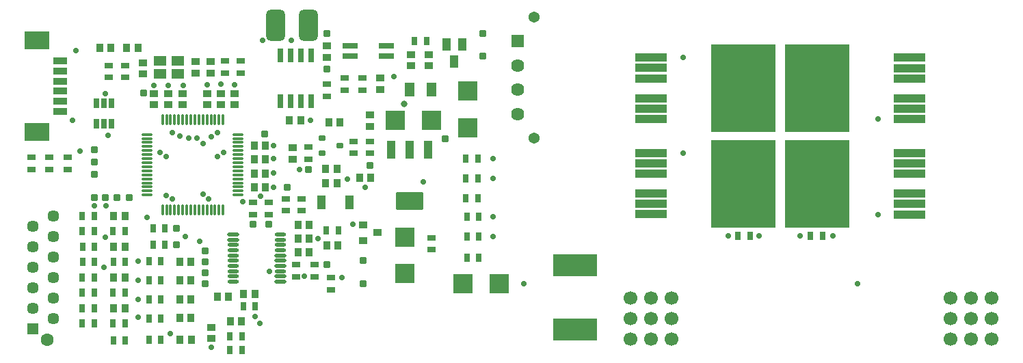
<source format=gbr>
%TF.GenerationSoftware,Altium Limited,Altium Designer,20.1.14 (287)*%
G04 Layer_Color=8388736*
%FSLAX26Y26*%
%MOIN*%
%TF.SameCoordinates,99935E59-988C-4C8E-A83C-0B030DBE8EB2*%
%TF.FilePolarity,Negative*%
%TF.FileFunction,Soldermask,Top*%
%TF.Part,Single*%
G01*
G75*
%TA.AperFunction,SMDPad,CuDef*%
%ADD26R,0.039000X0.065000*%
%ADD33O,0.055118X0.017716*%
%ADD35R,0.217000X0.106000*%
%TA.AperFunction,ComponentPad*%
%ADD42C,0.062992*%
%TA.AperFunction,ViaPad*%
%ADD51C,0.027937*%
%TA.AperFunction,ComponentPad*%
%ADD52C,0.066929*%
%ADD53C,0.063779*%
%ADD54R,0.063779X0.063779*%
%ADD55C,0.057087*%
%ADD56R,0.057087X0.057087*%
%ADD57C,0.053937*%
%TA.AperFunction,ViaPad*%
%ADD58C,0.031937*%
%TA.AperFunction,SMDPad,CuDef*%
%ADD64R,0.153937X0.039937*%
%ADD65R,0.313937X0.427937*%
%ADD66R,0.031496X0.039370*%
%ADD67R,0.094488X0.094488*%
%ADD68R,0.042205X0.035512*%
%ADD69R,0.039370X0.031496*%
%ADD70R,0.094488X0.094488*%
G04:AMPARAMS|DCode=71|XSize=43.307mil|YSize=84.646mil|CornerRadius=3.937mil|HoleSize=0mil|Usage=FLASHONLY|Rotation=0.000|XOffset=0mil|YOffset=0mil|HoleType=Round|Shape=RoundedRectangle|*
%AMROUNDEDRECTD71*
21,1,0.043307,0.076772,0,0,0.0*
21,1,0.035433,0.084646,0,0,0.0*
1,1,0.007874,0.017717,-0.038386*
1,1,0.007874,-0.017717,-0.038386*
1,1,0.007874,-0.017717,0.038386*
1,1,0.007874,0.017717,0.038386*
%
%ADD71ROUNDEDRECTD71*%
%TA.AperFunction,TestPad*%
G04:AMPARAMS|DCode=72|XSize=33.937mil|YSize=33.937mil|CornerRadius=9.469mil|HoleSize=0mil|Usage=FLASHONLY|Rotation=90.000|XOffset=0mil|YOffset=0mil|HoleType=Round|Shape=RoundedRectangle|*
%AMROUNDEDRECTD72*
21,1,0.033937,0.015000,0,0,90.0*
21,1,0.015000,0.033937,0,0,90.0*
1,1,0.018937,0.007500,0.007500*
1,1,0.018937,0.007500,-0.007500*
1,1,0.018937,-0.007500,-0.007500*
1,1,0.018937,-0.007500,0.007500*
%
%ADD72ROUNDEDRECTD72*%
%TA.AperFunction,SMDPad,CuDef*%
%ADD73R,0.035433X0.039370*%
%ADD74R,0.039370X0.035433*%
G04:AMPARAMS|DCode=75|XSize=29.528mil|YSize=68.898mil|CornerRadius=3.888mil|HoleSize=0mil|Usage=FLASHONLY|Rotation=180.000|XOffset=0mil|YOffset=0mil|HoleType=Round|Shape=RoundedRectangle|*
%AMROUNDEDRECTD75*
21,1,0.029528,0.061122,0,0,180.0*
21,1,0.021752,0.068898,0,0,180.0*
1,1,0.007776,-0.010876,0.030561*
1,1,0.007776,0.010876,0.030561*
1,1,0.007776,0.010876,-0.030561*
1,1,0.007776,-0.010876,-0.030561*
%
%ADD75ROUNDEDRECTD75*%
%ADD76R,0.027559X0.047244*%
G04:AMPARAMS|DCode=77|XSize=13.78mil|YSize=53.15mil|CornerRadius=3.937mil|HoleSize=0mil|Usage=FLASHONLY|Rotation=180.000|XOffset=0mil|YOffset=0mil|HoleType=Round|Shape=RoundedRectangle|*
%AMROUNDEDRECTD77*
21,1,0.013780,0.045276,0,0,180.0*
21,1,0.005906,0.053150,0,0,180.0*
1,1,0.007874,-0.002953,0.022638*
1,1,0.007874,0.002953,0.022638*
1,1,0.007874,0.002953,-0.022638*
1,1,0.007874,-0.002953,-0.022638*
%
%ADD77ROUNDEDRECTD77*%
G04:AMPARAMS|DCode=78|XSize=13.78mil|YSize=53.15mil|CornerRadius=3.937mil|HoleSize=0mil|Usage=FLASHONLY|Rotation=90.000|XOffset=0mil|YOffset=0mil|HoleType=Round|Shape=RoundedRectangle|*
%AMROUNDEDRECTD78*
21,1,0.013780,0.045276,0,0,90.0*
21,1,0.005906,0.053150,0,0,90.0*
1,1,0.007874,0.022638,0.002953*
1,1,0.007874,0.022638,-0.002953*
1,1,0.007874,-0.022638,-0.002953*
1,1,0.007874,-0.022638,0.002953*
%
%ADD78ROUNDEDRECTD78*%
%ADD79R,0.047244X0.070866*%
%TA.AperFunction,TestPad*%
G04:AMPARAMS|DCode=80|XSize=33.937mil|YSize=33.937mil|CornerRadius=9.469mil|HoleSize=0mil|Usage=FLASHONLY|Rotation=0.000|XOffset=0mil|YOffset=0mil|HoleType=Round|Shape=RoundedRectangle|*
%AMROUNDEDRECTD80*
21,1,0.033937,0.015000,0,0,0.0*
21,1,0.015000,0.033937,0,0,0.0*
1,1,0.018937,0.007500,-0.007500*
1,1,0.018937,-0.007500,-0.007500*
1,1,0.018937,-0.007500,0.007500*
1,1,0.018937,0.007500,0.007500*
%
%ADD80ROUNDEDRECTD80*%
%TA.AperFunction,SMDPad,CuDef*%
%ADD81R,0.076772X0.027559*%
%ADD82R,0.039370X0.059055*%
%ADD83R,0.039370X0.059055*%
G04:AMPARAMS|DCode=84|XSize=25.59mil|YSize=35.433mil|CornerRadius=3.917mil|HoleSize=0mil|Usage=FLASHONLY|Rotation=90.000|XOffset=0mil|YOffset=0mil|HoleType=Round|Shape=RoundedRectangle|*
%AMROUNDEDRECTD84*
21,1,0.025590,0.027599,0,0,90.0*
21,1,0.017756,0.035433,0,0,90.0*
1,1,0.007835,0.013799,0.008878*
1,1,0.007835,0.013799,-0.008878*
1,1,0.007835,-0.013799,-0.008878*
1,1,0.007835,-0.013799,0.008878*
%
%ADD84ROUNDEDRECTD84*%
G04:AMPARAMS|DCode=85|XSize=131.89mil|YSize=84.646mil|CornerRadius=3.986mil|HoleSize=0mil|Usage=FLASHONLY|Rotation=0.000|XOffset=0mil|YOffset=0mil|HoleType=Round|Shape=RoundedRectangle|*
%AMROUNDEDRECTD85*
21,1,0.131890,0.076673,0,0,0.0*
21,1,0.123917,0.084646,0,0,0.0*
1,1,0.007972,0.061959,-0.038337*
1,1,0.007972,-0.061959,-0.038337*
1,1,0.007972,-0.061959,0.038337*
1,1,0.007972,0.061959,0.038337*
%
%ADD85ROUNDEDRECTD85*%
%ADD86R,0.066929X0.035827*%
%ADD87R,0.059055X0.049213*%
%TA.AperFunction,TestPad*%
G04:AMPARAMS|DCode=88|XSize=94.488mil|YSize=153.543mil|CornerRadius=24.606mil|HoleSize=0mil|Usage=FLASHONLY|Rotation=0.000|XOffset=0mil|YOffset=0mil|HoleType=Round|Shape=RoundedRectangle|*
%AMROUNDEDRECTD88*
21,1,0.094488,0.104331,0,0,0.0*
21,1,0.045276,0.153543,0,0,0.0*
1,1,0.049213,0.022638,-0.052165*
1,1,0.049213,-0.022638,-0.052165*
1,1,0.049213,-0.022638,0.052165*
1,1,0.049213,0.022638,0.052165*
%
%ADD88ROUNDEDRECTD88*%
%TA.AperFunction,SMDPad,CuDef*%
%ADD89O,0.059055X0.021654*%
%ADD90R,0.122047X0.086614*%
D26*
X1624314Y760559D02*
D03*
X1485314D02*
D03*
D33*
X1288228Y426042D02*
D03*
Y528404D02*
D03*
X1055945Y451632D02*
D03*
Y426042D02*
D03*
Y400451D02*
D03*
Y374861D02*
D03*
X1288228Y553995D02*
D03*
Y579585D02*
D03*
Y605176D02*
D03*
X1055945Y477223D02*
D03*
Y502813D02*
D03*
Y553995D02*
D03*
Y528404D02*
D03*
D35*
X2725000Y140000D02*
D03*
Y456000D02*
D03*
D42*
X150000Y90000D02*
D03*
D51*
X3651416Y940000D02*
D03*
X3406416D02*
D03*
X3651416Y1010000D02*
D03*
X3406416D02*
D03*
X3581416Y940000D02*
D03*
Y1010000D02*
D03*
X3651416Y975000D02*
D03*
X3406416D02*
D03*
X3581416D02*
D03*
X3651416Y1045000D02*
D03*
X3581416D02*
D03*
X3476416Y940000D02*
D03*
Y1010000D02*
D03*
X3441416Y940000D02*
D03*
Y1010000D02*
D03*
X3511416Y940000D02*
D03*
X3546416D02*
D03*
X3511416Y1010000D02*
D03*
X3546416D02*
D03*
X3616416Y940000D02*
D03*
Y1010000D02*
D03*
X3686416Y940000D02*
D03*
Y1010000D02*
D03*
X3476416Y975000D02*
D03*
X3441416D02*
D03*
X3476416Y1045000D02*
D03*
X3511416Y975000D02*
D03*
X3546416D02*
D03*
X3511416Y1045000D02*
D03*
X3546416D02*
D03*
X3616416Y975000D02*
D03*
Y1045000D02*
D03*
X3686416Y975000D02*
D03*
Y1045000D02*
D03*
X3581416Y870000D02*
D03*
X3406416D02*
D03*
X3581416Y800000D02*
D03*
X3406416D02*
D03*
X3651416D02*
D03*
Y870000D02*
D03*
X3581416Y660000D02*
D03*
X3406416D02*
D03*
Y695000D02*
D03*
X3581416D02*
D03*
Y730000D02*
D03*
X3406416D02*
D03*
X3581416Y765000D02*
D03*
X3406416D02*
D03*
Y835000D02*
D03*
X3581416D02*
D03*
X3406416Y905000D02*
D03*
X3581416D02*
D03*
X3651416Y695000D02*
D03*
Y660000D02*
D03*
Y765000D02*
D03*
Y730000D02*
D03*
Y835000D02*
D03*
Y905000D02*
D03*
X3476416Y800000D02*
D03*
Y870000D02*
D03*
X3441416D02*
D03*
Y800000D02*
D03*
X3511416Y870000D02*
D03*
X3546416D02*
D03*
Y800000D02*
D03*
X3511416D02*
D03*
X3616416Y870000D02*
D03*
Y800000D02*
D03*
X3686416Y870000D02*
D03*
Y800000D02*
D03*
X3441416Y695000D02*
D03*
X3476416Y660000D02*
D03*
Y695000D02*
D03*
X3441416Y660000D02*
D03*
X3476416Y730000D02*
D03*
X3441416D02*
D03*
X3476416Y765000D02*
D03*
X3441416D02*
D03*
X3476416Y835000D02*
D03*
X3441416D02*
D03*
Y905000D02*
D03*
X3476416D02*
D03*
X3511416Y660000D02*
D03*
X3546416Y695000D02*
D03*
Y660000D02*
D03*
X3511416Y695000D02*
D03*
X3546416Y765000D02*
D03*
X3511416D02*
D03*
Y730000D02*
D03*
X3546416D02*
D03*
Y835000D02*
D03*
X3511416D02*
D03*
Y905000D02*
D03*
X3546416D02*
D03*
X3616416Y660000D02*
D03*
Y695000D02*
D03*
Y765000D02*
D03*
Y730000D02*
D03*
Y835000D02*
D03*
Y905000D02*
D03*
X3686416Y660000D02*
D03*
Y695000D02*
D03*
Y730000D02*
D03*
Y765000D02*
D03*
Y835000D02*
D03*
Y905000D02*
D03*
X3441416Y1045000D02*
D03*
X3406416D02*
D03*
X4011416Y940000D02*
D03*
X3766416D02*
D03*
X4011416Y1010000D02*
D03*
X3766416D02*
D03*
X3941416Y940000D02*
D03*
Y1010000D02*
D03*
X4011416Y975000D02*
D03*
X3766416D02*
D03*
X3941416D02*
D03*
X4011416Y1045000D02*
D03*
X3941416D02*
D03*
X3836416Y940000D02*
D03*
Y1010000D02*
D03*
X3801416Y940000D02*
D03*
Y1010000D02*
D03*
X3871416Y940000D02*
D03*
X3906416D02*
D03*
X3871416Y1010000D02*
D03*
X3906416D02*
D03*
X3976416Y940000D02*
D03*
Y1010000D02*
D03*
X4046416Y940000D02*
D03*
Y1010000D02*
D03*
X3836416Y975000D02*
D03*
X3801416D02*
D03*
X3836416Y1045000D02*
D03*
X3871416Y975000D02*
D03*
X3906416D02*
D03*
X3871416Y1045000D02*
D03*
X3906416D02*
D03*
X3976416Y975000D02*
D03*
Y1045000D02*
D03*
X4046416Y975000D02*
D03*
Y1045000D02*
D03*
X3941416Y870000D02*
D03*
X3766416D02*
D03*
X3941416Y800000D02*
D03*
X3766416D02*
D03*
X4011416D02*
D03*
Y870000D02*
D03*
X3941416Y660000D02*
D03*
X3766416D02*
D03*
Y695000D02*
D03*
X3941416D02*
D03*
Y730000D02*
D03*
X3766416D02*
D03*
X3941416Y765000D02*
D03*
X3766416D02*
D03*
Y835000D02*
D03*
X3941416D02*
D03*
X3766416Y905000D02*
D03*
X3941416D02*
D03*
X4011416Y695000D02*
D03*
Y660000D02*
D03*
Y765000D02*
D03*
Y730000D02*
D03*
Y835000D02*
D03*
Y905000D02*
D03*
X3836416Y800000D02*
D03*
Y870000D02*
D03*
X3801416D02*
D03*
Y800000D02*
D03*
X3871416Y870000D02*
D03*
X3906416D02*
D03*
Y800000D02*
D03*
X3871416D02*
D03*
X3976416Y870000D02*
D03*
Y800000D02*
D03*
X4046416Y870000D02*
D03*
Y800000D02*
D03*
X3801416Y695000D02*
D03*
X3836416Y660000D02*
D03*
Y695000D02*
D03*
X3801416Y660000D02*
D03*
X3836416Y730000D02*
D03*
X3801416D02*
D03*
X3836416Y765000D02*
D03*
X3801416D02*
D03*
X3836416Y835000D02*
D03*
X3801416D02*
D03*
Y905000D02*
D03*
X3836416D02*
D03*
X3871416Y660000D02*
D03*
X3906416Y695000D02*
D03*
Y660000D02*
D03*
X3871416Y695000D02*
D03*
X3906416Y765000D02*
D03*
X3871416D02*
D03*
Y730000D02*
D03*
X3906416D02*
D03*
Y835000D02*
D03*
X3871416D02*
D03*
Y905000D02*
D03*
X3906416D02*
D03*
X3976416Y660000D02*
D03*
Y695000D02*
D03*
Y765000D02*
D03*
Y730000D02*
D03*
Y835000D02*
D03*
Y905000D02*
D03*
X4046416Y660000D02*
D03*
Y695000D02*
D03*
Y730000D02*
D03*
Y765000D02*
D03*
Y835000D02*
D03*
Y905000D02*
D03*
X3801416Y1045000D02*
D03*
X3766416D02*
D03*
X4011416Y1405000D02*
D03*
X3766416D02*
D03*
X4011416Y1475000D02*
D03*
X3766416D02*
D03*
X3941416Y1405000D02*
D03*
Y1475000D02*
D03*
X4011416Y1440000D02*
D03*
X3766416D02*
D03*
X3941416D02*
D03*
X4011416Y1510000D02*
D03*
X3941416D02*
D03*
X3836416Y1405000D02*
D03*
Y1475000D02*
D03*
X3801416Y1405000D02*
D03*
Y1475000D02*
D03*
X3871416Y1405000D02*
D03*
X3906416D02*
D03*
X3871416Y1475000D02*
D03*
X3906416D02*
D03*
X3976416Y1405000D02*
D03*
Y1475000D02*
D03*
X4046416Y1405000D02*
D03*
Y1475000D02*
D03*
X3836416Y1440000D02*
D03*
X3801416D02*
D03*
X3836416Y1510000D02*
D03*
X3871416Y1440000D02*
D03*
X3906416D02*
D03*
X3871416Y1510000D02*
D03*
X3906416D02*
D03*
X3976416Y1440000D02*
D03*
Y1510000D02*
D03*
X4046416Y1440000D02*
D03*
Y1510000D02*
D03*
X3941416Y1335000D02*
D03*
X3766416D02*
D03*
X3941416Y1265000D02*
D03*
X3766416D02*
D03*
X4011416D02*
D03*
Y1335000D02*
D03*
X3941416Y1125000D02*
D03*
X3766416D02*
D03*
Y1160000D02*
D03*
X3941416D02*
D03*
Y1195000D02*
D03*
X3766416D02*
D03*
X3941416Y1230000D02*
D03*
X3766416D02*
D03*
Y1300000D02*
D03*
X3941416D02*
D03*
X3766416Y1370000D02*
D03*
X3941416D02*
D03*
X4011416Y1160000D02*
D03*
Y1125000D02*
D03*
Y1230000D02*
D03*
Y1195000D02*
D03*
Y1300000D02*
D03*
Y1370000D02*
D03*
X3836416Y1265000D02*
D03*
Y1335000D02*
D03*
X3801416D02*
D03*
Y1265000D02*
D03*
X3871416Y1335000D02*
D03*
X3906416D02*
D03*
Y1265000D02*
D03*
X3871416D02*
D03*
X3976416Y1335000D02*
D03*
Y1265000D02*
D03*
X4046416Y1335000D02*
D03*
Y1265000D02*
D03*
X3801416Y1160000D02*
D03*
X3836416Y1125000D02*
D03*
Y1160000D02*
D03*
X3801416Y1125000D02*
D03*
X3836416Y1195000D02*
D03*
X3801416D02*
D03*
X3836416Y1230000D02*
D03*
X3801416D02*
D03*
X3836416Y1300000D02*
D03*
X3801416D02*
D03*
Y1370000D02*
D03*
X3836416D02*
D03*
X3871416Y1125000D02*
D03*
X3906416Y1160000D02*
D03*
Y1125000D02*
D03*
X3871416Y1160000D02*
D03*
X3906416Y1230000D02*
D03*
X3871416D02*
D03*
Y1195000D02*
D03*
X3906416D02*
D03*
Y1300000D02*
D03*
X3871416D02*
D03*
Y1370000D02*
D03*
X3906416D02*
D03*
X3976416Y1125000D02*
D03*
Y1160000D02*
D03*
Y1230000D02*
D03*
Y1195000D02*
D03*
Y1300000D02*
D03*
Y1370000D02*
D03*
X4046416Y1125000D02*
D03*
Y1160000D02*
D03*
Y1195000D02*
D03*
Y1230000D02*
D03*
Y1300000D02*
D03*
Y1370000D02*
D03*
X3801416Y1510000D02*
D03*
X3766416D02*
D03*
X3651416Y1405000D02*
D03*
X3406416D02*
D03*
X3651416Y1475000D02*
D03*
X3406416D02*
D03*
X3581416Y1405000D02*
D03*
Y1475000D02*
D03*
X3651416Y1440000D02*
D03*
X3406416D02*
D03*
X3581416D02*
D03*
X3651416Y1510000D02*
D03*
X3581416D02*
D03*
X3476416Y1405000D02*
D03*
Y1475000D02*
D03*
X3441416Y1405000D02*
D03*
Y1475000D02*
D03*
X3511416Y1405000D02*
D03*
X3546416D02*
D03*
X3511416Y1475000D02*
D03*
X3546416D02*
D03*
X3616416Y1405000D02*
D03*
Y1475000D02*
D03*
X3686416Y1405000D02*
D03*
Y1475000D02*
D03*
X3476416Y1440000D02*
D03*
X3441416D02*
D03*
X3476416Y1510000D02*
D03*
X3511416Y1440000D02*
D03*
X3546416D02*
D03*
X3511416Y1510000D02*
D03*
X3546416D02*
D03*
X3616416Y1440000D02*
D03*
Y1510000D02*
D03*
X3686416Y1440000D02*
D03*
Y1510000D02*
D03*
X3581416Y1335000D02*
D03*
X3406416D02*
D03*
X3581416Y1265000D02*
D03*
X3406416D02*
D03*
X3651416D02*
D03*
Y1335000D02*
D03*
X3581416Y1125000D02*
D03*
X3406416D02*
D03*
Y1160000D02*
D03*
X3581416D02*
D03*
Y1195000D02*
D03*
X3406416D02*
D03*
X3581416Y1230000D02*
D03*
X3406416D02*
D03*
Y1300000D02*
D03*
X3581416D02*
D03*
X3406416Y1370000D02*
D03*
X3581416D02*
D03*
X3651416Y1160000D02*
D03*
Y1125000D02*
D03*
Y1230000D02*
D03*
Y1195000D02*
D03*
Y1300000D02*
D03*
Y1370000D02*
D03*
X3476416Y1265000D02*
D03*
Y1335000D02*
D03*
X3441416D02*
D03*
Y1265000D02*
D03*
X3511416Y1335000D02*
D03*
X3546416D02*
D03*
Y1265000D02*
D03*
X3511416D02*
D03*
X3616416Y1335000D02*
D03*
Y1265000D02*
D03*
X3686416Y1335000D02*
D03*
Y1265000D02*
D03*
X3441416Y1160000D02*
D03*
X3476416Y1125000D02*
D03*
Y1160000D02*
D03*
X3441416Y1125000D02*
D03*
X3476416Y1195000D02*
D03*
X3441416D02*
D03*
X3476416Y1230000D02*
D03*
X3441416D02*
D03*
X3476416Y1300000D02*
D03*
X3441416D02*
D03*
Y1370000D02*
D03*
X3476416D02*
D03*
X3511416Y1125000D02*
D03*
X3546416Y1160000D02*
D03*
Y1125000D02*
D03*
X3511416Y1160000D02*
D03*
X3546416Y1230000D02*
D03*
X3511416D02*
D03*
Y1195000D02*
D03*
X3546416D02*
D03*
Y1300000D02*
D03*
X3511416D02*
D03*
Y1370000D02*
D03*
X3546416D02*
D03*
X3616416Y1125000D02*
D03*
Y1160000D02*
D03*
Y1230000D02*
D03*
Y1195000D02*
D03*
Y1300000D02*
D03*
Y1370000D02*
D03*
X3686416Y1125000D02*
D03*
Y1160000D02*
D03*
Y1195000D02*
D03*
Y1230000D02*
D03*
Y1300000D02*
D03*
Y1370000D02*
D03*
X3441416Y1510000D02*
D03*
X3406416D02*
D03*
X4100000Y365000D02*
D03*
X2475000D02*
D03*
X3820000Y597480D02*
D03*
X4200000Y702500D02*
D03*
X2325000Y595000D02*
D03*
X4200000Y1167500D02*
D03*
X3250000Y1002520D02*
D03*
X2325000Y690796D02*
D03*
Y877371D02*
D03*
X3250000Y1468780D02*
D03*
X2325000Y975000D02*
D03*
X3620000Y597480D02*
D03*
X3980000D02*
D03*
X3470000D02*
D03*
X1640000Y655000D02*
D03*
X1405000Y401861D02*
D03*
X1435000Y1160000D02*
D03*
X950000Y1079878D02*
D03*
X595000Y288129D02*
D03*
X1235000Y425000D02*
D03*
X1615000Y875000D02*
D03*
X1470000Y585000D02*
D03*
X1839921Y1375079D02*
D03*
X436082Y745000D02*
D03*
X435000Y590000D02*
D03*
X1198852Y1550778D02*
D03*
X760410Y1100000D02*
D03*
X1380000Y920000D02*
D03*
X636828Y688593D02*
D03*
X308788Y1013000D02*
D03*
X1700000Y835000D02*
D03*
X1255000Y1038080D02*
D03*
X823126Y595118D02*
D03*
X795978Y1084755D02*
D03*
X1341647Y1550778D02*
D03*
X840000Y1075000D02*
D03*
X1190770Y790000D02*
D03*
X595000Y382341D02*
D03*
X670000Y1330000D02*
D03*
X980000Y1100000D02*
D03*
X426528Y445488D02*
D03*
X379503Y745000D02*
D03*
X730000Y795000D02*
D03*
X700000Y1005000D02*
D03*
X595000Y475096D02*
D03*
X815000Y1330000D02*
D03*
X290000Y1500000D02*
D03*
X911543Y1049537D02*
D03*
X275000Y1160000D02*
D03*
X910000Y800000D02*
D03*
X1010000Y1005000D02*
D03*
X892716Y570000D02*
D03*
X1587176Y395225D02*
D03*
X1105000Y765000D02*
D03*
X1985000Y860000D02*
D03*
X1165000Y205000D02*
D03*
X750000Y120000D02*
D03*
X1255000Y905000D02*
D03*
X595000Y200591D02*
D03*
X1186289Y171159D02*
D03*
X1065000Y1335000D02*
D03*
X930911Y1334325D02*
D03*
X950000Y53377D02*
D03*
X1255000Y835000D02*
D03*
X433387Y1293000D02*
D03*
X445765Y1087631D02*
D03*
X997000Y1338415D02*
D03*
X980000Y985000D02*
D03*
X740000Y1330000D02*
D03*
X760410Y779795D02*
D03*
X880000Y1075000D02*
D03*
X730000Y985000D02*
D03*
X936443Y778628D02*
D03*
X1255000Y975000D02*
D03*
D52*
X4655000Y195000D02*
D03*
X4755000D02*
D03*
Y295000D02*
D03*
X4655000D02*
D03*
X4555000D02*
D03*
Y195000D02*
D03*
X4755000Y95000D02*
D03*
X4555000D02*
D03*
X4655000D02*
D03*
X3095000Y195000D02*
D03*
X3195000D02*
D03*
Y295000D02*
D03*
X3095000D02*
D03*
X2995000D02*
D03*
Y195000D02*
D03*
X3195000Y95000D02*
D03*
X2995000D02*
D03*
X3095000D02*
D03*
D53*
X2445135Y1310621D02*
D03*
Y1428731D02*
D03*
Y1192510D02*
D03*
D54*
Y1546841D02*
D03*
D55*
X179134Y395118D02*
D03*
Y495118D02*
D03*
Y595118D02*
D03*
Y695118D02*
D03*
X79134Y445118D02*
D03*
Y545118D02*
D03*
Y645118D02*
D03*
X179134Y195118D02*
D03*
X79134Y245118D02*
D03*
X179134Y295118D02*
D03*
X79134Y345118D02*
D03*
D56*
Y145118D02*
D03*
D57*
X2522300Y1664951D02*
D03*
Y1074399D02*
D03*
D58*
X1890000Y1240000D02*
D03*
D64*
X3095000Y1467520D02*
D03*
Y1269520D02*
D03*
Y1365520D02*
D03*
Y1416520D02*
D03*
Y1219520D02*
D03*
Y1168520D02*
D03*
X4355000Y1167520D02*
D03*
Y1365520D02*
D03*
Y1269520D02*
D03*
Y1218520D02*
D03*
Y1415520D02*
D03*
Y1466520D02*
D03*
Y702520D02*
D03*
Y900520D02*
D03*
Y804520D02*
D03*
Y753520D02*
D03*
Y950520D02*
D03*
Y1001520D02*
D03*
X3095000Y1002520D02*
D03*
Y804520D02*
D03*
Y900520D02*
D03*
Y951520D02*
D03*
Y754520D02*
D03*
Y703520D02*
D03*
D65*
X3545000Y1317520D02*
D03*
X3905000D02*
D03*
Y852520D02*
D03*
X3545000D02*
D03*
D66*
X2195472Y690796D02*
D03*
X2254528D02*
D03*
X3575528Y597480D02*
D03*
X3516472D02*
D03*
X3870472Y597480D02*
D03*
X3929528D02*
D03*
X2195472Y491838D02*
D03*
X2254528D02*
D03*
X2195472Y594200D02*
D03*
X2254528D02*
D03*
X2191277Y975954D02*
D03*
X2250332D02*
D03*
X2191277Y877371D02*
D03*
X2250332D02*
D03*
X2191277Y782236D02*
D03*
X2250332D02*
D03*
X531709Y89000D02*
D03*
X645607Y93159D02*
D03*
X1941080Y1546841D02*
D03*
X2000135D02*
D03*
X321843Y171159D02*
D03*
X645742Y196278D02*
D03*
X321843Y321159D02*
D03*
X645742Y288129D02*
D03*
X322315Y471159D02*
D03*
X645742Y382341D02*
D03*
X320448Y623079D02*
D03*
X645742Y473365D02*
D03*
X529503Y623080D02*
D03*
X530898Y321159D02*
D03*
X472654Y89000D02*
D03*
X531370Y471159D02*
D03*
X530898Y171159D02*
D03*
X1099528Y40000D02*
D03*
X1164528Y255000D02*
D03*
X704662Y93159D02*
D03*
X1040473Y40000D02*
D03*
Y107321D02*
D03*
X1105473Y255000D02*
D03*
X380898Y246159D02*
D03*
Y396159D02*
D03*
X381370Y546159D02*
D03*
X379503Y696159D02*
D03*
X724482Y555559D02*
D03*
Y634338D02*
D03*
X1570000Y625000D02*
D03*
X1099528Y107321D02*
D03*
X379503Y623079D02*
D03*
X320448Y696159D02*
D03*
X470448Y623080D02*
D03*
X380898Y321159D02*
D03*
X321843Y396159D02*
D03*
X471843Y321159D02*
D03*
X381370Y471159D02*
D03*
X322315Y546159D02*
D03*
X472315Y471159D02*
D03*
X380898Y171159D02*
D03*
X321843Y246159D02*
D03*
X471843Y171159D02*
D03*
X1510945Y625000D02*
D03*
X704797Y196278D02*
D03*
Y288129D02*
D03*
Y382341D02*
D03*
Y473365D02*
D03*
X665427Y555559D02*
D03*
Y634338D02*
D03*
D67*
X1892283Y414231D02*
D03*
Y591396D02*
D03*
X2200000Y1303583D02*
D03*
Y1126417D02*
D03*
D68*
X1690158Y576315D02*
D03*
Y651118D02*
D03*
X1759842Y613717D02*
D03*
D69*
X2023757Y589254D02*
D03*
Y530199D02*
D03*
X1725000Y1000472D02*
D03*
X1645000Y1000472D02*
D03*
X1017826Y1449851D02*
D03*
X1092826Y1390796D02*
D03*
X1153293Y760559D02*
D03*
X1229551D02*
D03*
X1388560Y779031D02*
D03*
X1535000Y335472D02*
D03*
X75135Y923080D02*
D03*
X250135D02*
D03*
X160135D02*
D03*
X1364528Y397556D02*
D03*
X1514999Y1279360D02*
D03*
X531370Y1370048D02*
D03*
X451788Y1370079D02*
D03*
X1645000Y1059527D02*
D03*
X1600354Y1368330D02*
D03*
X1686945D02*
D03*
X1600354Y1309275D02*
D03*
X1686945D02*
D03*
X1514999Y1338415D02*
D03*
X1315000Y779528D02*
D03*
X1388560Y719976D02*
D03*
X531370Y1429103D02*
D03*
X451788Y1429134D02*
D03*
X1725000Y1059528D02*
D03*
X1422559Y1030551D02*
D03*
X1092826Y1449851D02*
D03*
X1454527Y397556D02*
D03*
X1535000Y394527D02*
D03*
X1017826Y1390796D02*
D03*
X1315000Y720472D02*
D03*
X1229551Y701504D02*
D03*
X1153293D02*
D03*
X1364528Y456611D02*
D03*
X1454527Y456611D02*
D03*
X75135Y982135D02*
D03*
X250135D02*
D03*
X160135D02*
D03*
X1422559Y971496D02*
D03*
D70*
X2177510Y366353D02*
D03*
X2354676D02*
D03*
X2022599Y1160000D02*
D03*
X1845433D02*
D03*
D71*
X1826907Y1019182D02*
D03*
X2008009D02*
D03*
X1917458D02*
D03*
D72*
X619794Y1293470D02*
D03*
X1725000Y940000D02*
D03*
X2275000Y1585000D02*
D03*
Y1475000D02*
D03*
X379810Y1016977D02*
D03*
Y896977D02*
D03*
Y956977D02*
D03*
X1210000Y1095000D02*
D03*
X1515000Y1410000D02*
D03*
X1514999Y1585000D02*
D03*
X550000Y785000D02*
D03*
X380000Y785000D02*
D03*
X435000D02*
D03*
X490000D02*
D03*
X781417Y555559D02*
D03*
Y634338D02*
D03*
X1318937Y835000D02*
D03*
X920000Y365000D02*
D03*
Y418000D02*
D03*
X1690158Y477223D02*
D03*
Y365000D02*
D03*
X1230000Y655000D02*
D03*
X1153000D02*
D03*
X1512913Y456611D02*
D03*
X1425000Y920000D02*
D03*
D73*
X1385796Y1161159D02*
D03*
X1727559Y883080D02*
D03*
X1330678Y1161159D02*
D03*
X528929Y696159D02*
D03*
Y396159D02*
D03*
Y546159D02*
D03*
Y246159D02*
D03*
X1672441Y883080D02*
D03*
X1577559Y1150630D02*
D03*
X1562559Y925000D02*
D03*
Y855000D02*
D03*
X1213848Y971496D02*
D03*
Y903000D02*
D03*
Y1038080D02*
D03*
Y835000D02*
D03*
X851096Y197775D02*
D03*
X1427559Y650000D02*
D03*
Y585000D02*
D03*
Y518000D02*
D03*
X797576Y93160D02*
D03*
X1097734Y179939D02*
D03*
X1162559Y315000D02*
D03*
X592559Y1515000D02*
D03*
X405828Y1515000D02*
D03*
X1512913Y550000D02*
D03*
X1158730Y971496D02*
D03*
Y903000D02*
D03*
Y1038080D02*
D03*
Y835000D02*
D03*
X1522441Y1150630D02*
D03*
X1372441Y518000D02*
D03*
X852694Y93160D02*
D03*
X1107441Y315000D02*
D03*
X473811Y246159D02*
D03*
Y396159D02*
D03*
Y546159D02*
D03*
Y696159D02*
D03*
X851096Y472341D02*
D03*
X795978Y382341D02*
D03*
X851096D02*
D03*
X795978Y288129D02*
D03*
X851096D02*
D03*
X795978Y197775D02*
D03*
X980079Y300000D02*
D03*
X1035197D02*
D03*
X1042616Y179939D02*
D03*
X537441Y1515000D02*
D03*
X460946Y1515000D02*
D03*
X1568032Y550000D02*
D03*
X1372441Y585000D02*
D03*
Y650000D02*
D03*
X795978Y472341D02*
D03*
X1507441Y925000D02*
D03*
Y855000D02*
D03*
D74*
X1064000Y1237441D02*
D03*
X810000D02*
D03*
X740000D02*
D03*
X997000D02*
D03*
X930000D02*
D03*
X670000D02*
D03*
X1925000Y1482559D02*
D03*
X2010000D02*
D03*
X1925000Y1427441D02*
D03*
X2010000D02*
D03*
X1775000Y1311441D02*
D03*
X948000Y1447559D02*
D03*
X617826Y1442441D02*
D03*
X875000Y1447559D02*
D03*
X1064000Y1292559D02*
D03*
X810000D02*
D03*
X740000D02*
D03*
X997000D02*
D03*
X930000D02*
D03*
X670000D02*
D03*
X951851Y97058D02*
D03*
X1347489Y1028237D02*
D03*
X1725000Y1187559D02*
D03*
X1514999Y1469111D02*
D03*
Y1524230D02*
D03*
X1775000Y1366559D02*
D03*
X617826Y1387323D02*
D03*
X875000Y1392441D02*
D03*
X951851Y152176D02*
D03*
X1725000Y1132441D02*
D03*
X1347489Y973119D02*
D03*
X948000Y1392441D02*
D03*
D75*
X1386693Y1255339D02*
D03*
X1336693D02*
D03*
X1386693Y1477780D02*
D03*
X1336693D02*
D03*
X1286693Y1255339D02*
D03*
X1436693D02*
D03*
X1286693Y1477780D02*
D03*
X1436693D02*
D03*
D76*
X426528Y1145787D02*
D03*
Y1244213D02*
D03*
X389126Y1145787D02*
D03*
X463929Y1244213D02*
D03*
X389126D02*
D03*
X463929Y1145787D02*
D03*
D77*
X732047Y723543D02*
D03*
X909213D02*
D03*
X928898Y1166457D02*
D03*
X830472D02*
D03*
X751732Y723543D02*
D03*
X928898D02*
D03*
X987953Y1166457D02*
D03*
X968268D02*
D03*
X948583D02*
D03*
X889528D02*
D03*
X771417D02*
D03*
X751732D02*
D03*
X1007638Y723543D02*
D03*
X850158Y1166457D02*
D03*
X869842D02*
D03*
X830472Y723543D02*
D03*
X850158D02*
D03*
X810787Y1166457D02*
D03*
X791102D02*
D03*
X909213D02*
D03*
X712362Y723543D02*
D03*
X771417D02*
D03*
X791102D02*
D03*
X810787D02*
D03*
X869842D02*
D03*
X889528D02*
D03*
X948583D02*
D03*
X968268D02*
D03*
X987953D02*
D03*
X1007638Y1166457D02*
D03*
X732047D02*
D03*
X712362D02*
D03*
D78*
X1081457Y974528D02*
D03*
X638543Y994213D02*
D03*
Y797362D02*
D03*
Y935158D02*
D03*
Y895787D02*
D03*
Y915472D02*
D03*
X1081457Y994213D02*
D03*
X638543Y974528D02*
D03*
X1081457Y954842D02*
D03*
X638543D02*
D03*
Y817047D02*
D03*
Y876102D02*
D03*
Y856417D02*
D03*
Y836732D02*
D03*
X1081457Y1072953D02*
D03*
Y1013898D02*
D03*
Y1092638D02*
D03*
Y797362D02*
D03*
X638543Y1033583D02*
D03*
Y1072953D02*
D03*
Y1092638D02*
D03*
Y1053268D02*
D03*
X1081457Y915472D02*
D03*
Y935158D02*
D03*
Y817047D02*
D03*
Y836732D02*
D03*
Y856417D02*
D03*
Y876102D02*
D03*
Y895787D02*
D03*
Y1033583D02*
D03*
Y1053268D02*
D03*
X638543Y1013898D02*
D03*
D79*
X2023757Y1310621D02*
D03*
X1917458D02*
D03*
D80*
X2090000Y1070000D02*
D03*
X920000Y471159D02*
D03*
Y525000D02*
D03*
D81*
X1804567Y1525000D02*
D03*
Y1475000D02*
D03*
X1625433D02*
D03*
Y1525000D02*
D03*
D82*
X2097599Y1532323D02*
D03*
D83*
X2172402D02*
D03*
X2135000Y1447677D02*
D03*
D84*
X1578307Y1038080D02*
D03*
X1491693Y1075482D02*
D03*
Y1000678D02*
D03*
D85*
X1917458Y769182D02*
D03*
D86*
X214173Y1451457D02*
D03*
Y1205394D02*
D03*
Y1254606D02*
D03*
Y1353032D02*
D03*
Y1402244D02*
D03*
Y1303819D02*
D03*
D87*
X701212Y1387804D02*
D03*
X787826Y1450796D02*
D03*
Y1387804D02*
D03*
X701212Y1450796D02*
D03*
D88*
X1422559Y1625000D02*
D03*
X1263843D02*
D03*
D89*
X1055945Y579585D02*
D03*
X1288228Y400451D02*
D03*
Y374861D02*
D03*
Y477223D02*
D03*
Y451632D02*
D03*
Y502813D02*
D03*
X1055945Y605176D02*
D03*
D90*
X100000Y1105000D02*
D03*
Y1551850D02*
D03*
%TF.MD5,9170bc81534afefacbc2ef95e58b545f*%
M02*

</source>
